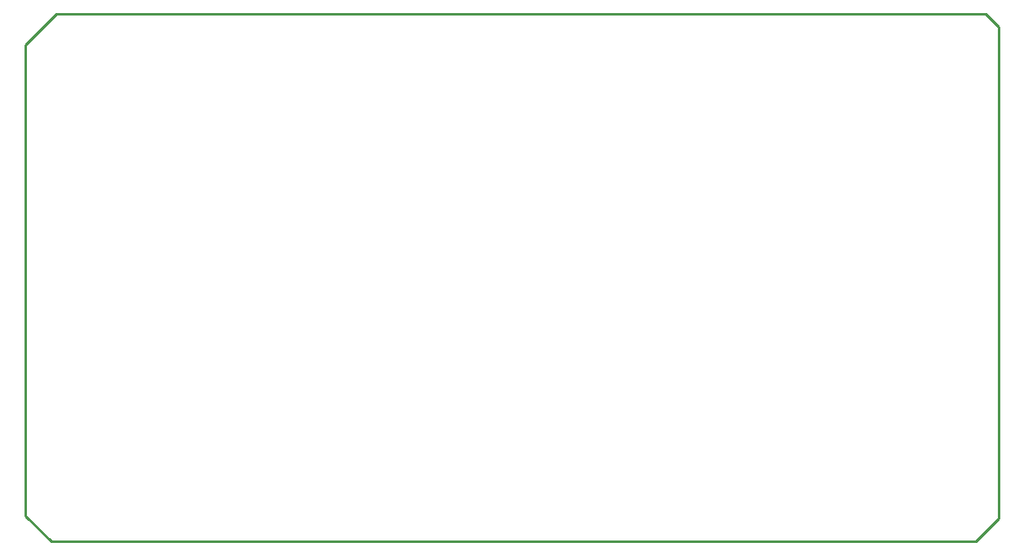
<source format=gko>
G04*
G04 #@! TF.GenerationSoftware,Altium Limited,Altium Designer,22.3.1 (43)*
G04*
G04 Layer_Color=16711935*
%FSLAX25Y25*%
%MOIN*%
G70*
G04*
G04 #@! TF.SameCoordinates,8ED6FF1A-C223-48F4-A418-E12A0B0AD757*
G04*
G04*
G04 #@! TF.FilePolarity,Positive*
G04*
G01*
G75*
%ADD13C,0.01000*%
D13*
X48605Y241518D02*
X427773D01*
X433071Y236221D01*
Y35433D02*
Y236221D01*
X35945Y228859D02*
X48605Y241518D01*
X35945Y36600D02*
Y228859D01*
X46431Y26114D02*
X423752D01*
X35945Y36600D02*
X46431Y26114D01*
X423752D02*
X433071Y35433D01*
M02*

</source>
